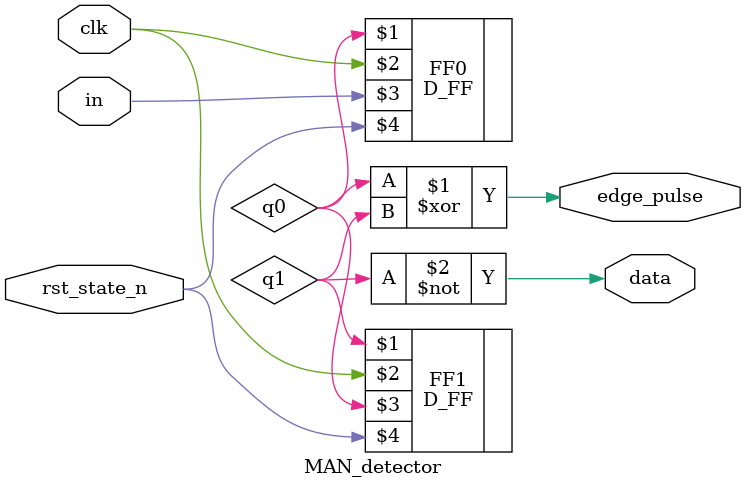
<source format=v>
module MAN_detector(clk, in, data, edge_pulse, rst_state_n);
	input clk;
	input in;
	output data;
	output edge_pulse;
	input rst_state_n;
	
	wire q0;
	wire q1;
	not gate1(data, q1);
	
	D_FF FF0(q0, clk, in, rst_state_n);
	D_FF FF1(q1, clk, q0, rst_state_n);
	
	xor gate2(edge_pulse, q0, q1);
	
endmodule

</source>
